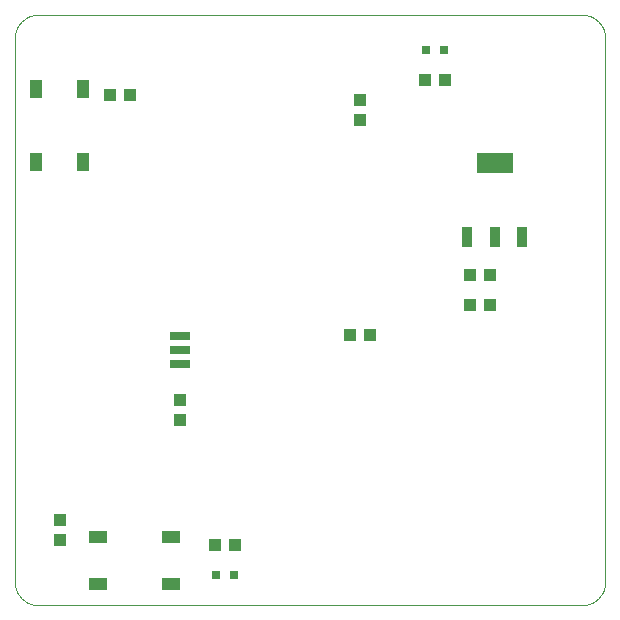
<source format=gtp>
G75*
%MOIN*%
%OFA0B0*%
%FSLAX25Y25*%
%IPPOS*%
%LPD*%
%AMOC8*
5,1,8,0,0,1.08239X$1,22.5*
%
%ADD10C,0.00000*%
%ADD11R,0.03937X0.04331*%
%ADD12R,0.04331X0.03937*%
%ADD13R,0.03150X0.03150*%
%ADD14R,0.06693X0.02756*%
%ADD15R,0.06496X0.03937*%
%ADD16R,0.03937X0.06496*%
%ADD17R,0.03500X0.06950*%
%ADD18R,0.12400X0.06950*%
D10*
X0001600Y0009474D02*
X0001600Y0190576D01*
X0001602Y0190766D01*
X0001609Y0190956D01*
X0001621Y0191146D01*
X0001637Y0191336D01*
X0001657Y0191525D01*
X0001683Y0191714D01*
X0001712Y0191902D01*
X0001747Y0192089D01*
X0001786Y0192275D01*
X0001829Y0192460D01*
X0001877Y0192645D01*
X0001929Y0192828D01*
X0001985Y0193009D01*
X0002046Y0193189D01*
X0002112Y0193368D01*
X0002181Y0193545D01*
X0002255Y0193721D01*
X0002333Y0193894D01*
X0002416Y0194066D01*
X0002502Y0194235D01*
X0002592Y0194403D01*
X0002687Y0194568D01*
X0002785Y0194731D01*
X0002888Y0194891D01*
X0002994Y0195049D01*
X0003104Y0195204D01*
X0003217Y0195357D01*
X0003335Y0195507D01*
X0003456Y0195653D01*
X0003580Y0195797D01*
X0003708Y0195938D01*
X0003839Y0196076D01*
X0003974Y0196211D01*
X0004112Y0196342D01*
X0004253Y0196470D01*
X0004397Y0196594D01*
X0004543Y0196715D01*
X0004693Y0196833D01*
X0004846Y0196946D01*
X0005001Y0197056D01*
X0005159Y0197162D01*
X0005319Y0197265D01*
X0005482Y0197363D01*
X0005647Y0197458D01*
X0005815Y0197548D01*
X0005984Y0197634D01*
X0006156Y0197717D01*
X0006329Y0197795D01*
X0006505Y0197869D01*
X0006682Y0197938D01*
X0006861Y0198004D01*
X0007041Y0198065D01*
X0007222Y0198121D01*
X0007405Y0198173D01*
X0007590Y0198221D01*
X0007775Y0198264D01*
X0007961Y0198303D01*
X0008148Y0198338D01*
X0008336Y0198367D01*
X0008525Y0198393D01*
X0008714Y0198413D01*
X0008904Y0198429D01*
X0009094Y0198441D01*
X0009284Y0198448D01*
X0009474Y0198450D01*
X0190576Y0198450D01*
X0190766Y0198448D01*
X0190956Y0198441D01*
X0191146Y0198429D01*
X0191336Y0198413D01*
X0191525Y0198393D01*
X0191714Y0198367D01*
X0191902Y0198338D01*
X0192089Y0198303D01*
X0192275Y0198264D01*
X0192460Y0198221D01*
X0192645Y0198173D01*
X0192828Y0198121D01*
X0193009Y0198065D01*
X0193189Y0198004D01*
X0193368Y0197938D01*
X0193545Y0197869D01*
X0193721Y0197795D01*
X0193894Y0197717D01*
X0194066Y0197634D01*
X0194235Y0197548D01*
X0194403Y0197458D01*
X0194568Y0197363D01*
X0194731Y0197265D01*
X0194891Y0197162D01*
X0195049Y0197056D01*
X0195204Y0196946D01*
X0195357Y0196833D01*
X0195507Y0196715D01*
X0195653Y0196594D01*
X0195797Y0196470D01*
X0195938Y0196342D01*
X0196076Y0196211D01*
X0196211Y0196076D01*
X0196342Y0195938D01*
X0196470Y0195797D01*
X0196594Y0195653D01*
X0196715Y0195507D01*
X0196833Y0195357D01*
X0196946Y0195204D01*
X0197056Y0195049D01*
X0197162Y0194891D01*
X0197265Y0194731D01*
X0197363Y0194568D01*
X0197458Y0194403D01*
X0197548Y0194235D01*
X0197634Y0194066D01*
X0197717Y0193894D01*
X0197795Y0193721D01*
X0197869Y0193545D01*
X0197938Y0193368D01*
X0198004Y0193189D01*
X0198065Y0193009D01*
X0198121Y0192828D01*
X0198173Y0192645D01*
X0198221Y0192460D01*
X0198264Y0192275D01*
X0198303Y0192089D01*
X0198338Y0191902D01*
X0198367Y0191714D01*
X0198393Y0191525D01*
X0198413Y0191336D01*
X0198429Y0191146D01*
X0198441Y0190956D01*
X0198448Y0190766D01*
X0198450Y0190576D01*
X0198450Y0009474D01*
X0198448Y0009284D01*
X0198441Y0009094D01*
X0198429Y0008904D01*
X0198413Y0008714D01*
X0198393Y0008525D01*
X0198367Y0008336D01*
X0198338Y0008148D01*
X0198303Y0007961D01*
X0198264Y0007775D01*
X0198221Y0007590D01*
X0198173Y0007405D01*
X0198121Y0007222D01*
X0198065Y0007041D01*
X0198004Y0006861D01*
X0197938Y0006682D01*
X0197869Y0006505D01*
X0197795Y0006329D01*
X0197717Y0006156D01*
X0197634Y0005984D01*
X0197548Y0005815D01*
X0197458Y0005647D01*
X0197363Y0005482D01*
X0197265Y0005319D01*
X0197162Y0005159D01*
X0197056Y0005001D01*
X0196946Y0004846D01*
X0196833Y0004693D01*
X0196715Y0004543D01*
X0196594Y0004397D01*
X0196470Y0004253D01*
X0196342Y0004112D01*
X0196211Y0003974D01*
X0196076Y0003839D01*
X0195938Y0003708D01*
X0195797Y0003580D01*
X0195653Y0003456D01*
X0195507Y0003335D01*
X0195357Y0003217D01*
X0195204Y0003104D01*
X0195049Y0002994D01*
X0194891Y0002888D01*
X0194731Y0002785D01*
X0194568Y0002687D01*
X0194403Y0002592D01*
X0194235Y0002502D01*
X0194066Y0002416D01*
X0193894Y0002333D01*
X0193721Y0002255D01*
X0193545Y0002181D01*
X0193368Y0002112D01*
X0193189Y0002046D01*
X0193009Y0001985D01*
X0192828Y0001929D01*
X0192645Y0001877D01*
X0192460Y0001829D01*
X0192275Y0001786D01*
X0192089Y0001747D01*
X0191902Y0001712D01*
X0191714Y0001683D01*
X0191525Y0001657D01*
X0191336Y0001637D01*
X0191146Y0001621D01*
X0190956Y0001609D01*
X0190766Y0001602D01*
X0190576Y0001600D01*
X0009474Y0001600D01*
X0009284Y0001602D01*
X0009094Y0001609D01*
X0008904Y0001621D01*
X0008714Y0001637D01*
X0008525Y0001657D01*
X0008336Y0001683D01*
X0008148Y0001712D01*
X0007961Y0001747D01*
X0007775Y0001786D01*
X0007590Y0001829D01*
X0007405Y0001877D01*
X0007222Y0001929D01*
X0007041Y0001985D01*
X0006861Y0002046D01*
X0006682Y0002112D01*
X0006505Y0002181D01*
X0006329Y0002255D01*
X0006156Y0002333D01*
X0005984Y0002416D01*
X0005815Y0002502D01*
X0005647Y0002592D01*
X0005482Y0002687D01*
X0005319Y0002785D01*
X0005159Y0002888D01*
X0005001Y0002994D01*
X0004846Y0003104D01*
X0004693Y0003217D01*
X0004543Y0003335D01*
X0004397Y0003456D01*
X0004253Y0003580D01*
X0004112Y0003708D01*
X0003974Y0003839D01*
X0003839Y0003974D01*
X0003708Y0004112D01*
X0003580Y0004253D01*
X0003456Y0004397D01*
X0003335Y0004543D01*
X0003217Y0004693D01*
X0003104Y0004846D01*
X0002994Y0005001D01*
X0002888Y0005159D01*
X0002785Y0005319D01*
X0002687Y0005482D01*
X0002592Y0005647D01*
X0002502Y0005815D01*
X0002416Y0005984D01*
X0002333Y0006156D01*
X0002255Y0006329D01*
X0002181Y0006505D01*
X0002112Y0006682D01*
X0002046Y0006861D01*
X0001985Y0007041D01*
X0001929Y0007222D01*
X0001877Y0007405D01*
X0001829Y0007590D01*
X0001786Y0007775D01*
X0001747Y0007961D01*
X0001712Y0008148D01*
X0001683Y0008336D01*
X0001657Y0008525D01*
X0001637Y0008714D01*
X0001621Y0008904D01*
X0001609Y0009094D01*
X0001602Y0009284D01*
X0001600Y0009474D01*
D11*
X0056600Y0063254D03*
X0056600Y0069946D03*
X0068254Y0021600D03*
X0074946Y0021600D03*
X0116600Y0163254D03*
X0116600Y0169946D03*
X0138254Y0176600D03*
X0144946Y0176600D03*
X0039946Y0171600D03*
X0033254Y0171600D03*
D12*
X0113254Y0091600D03*
X0119946Y0091600D03*
X0153254Y0101600D03*
X0159946Y0101600D03*
X0159946Y0111600D03*
X0153254Y0111600D03*
X0016600Y0029946D03*
X0016600Y0023254D03*
D13*
X0068647Y0011600D03*
X0074553Y0011600D03*
X0138647Y0186600D03*
X0144553Y0186600D03*
D14*
X0056600Y0091324D03*
X0056600Y0086600D03*
X0056600Y0081876D03*
D15*
X0053805Y0024474D03*
X0053805Y0008726D03*
X0029395Y0008726D03*
X0029395Y0024474D03*
D16*
X0024474Y0149395D03*
X0008726Y0149395D03*
X0008726Y0173805D03*
X0024474Y0173805D03*
D17*
X0152500Y0124325D03*
X0161600Y0124325D03*
X0170700Y0124325D03*
D18*
X0161600Y0148875D03*
M02*

</source>
